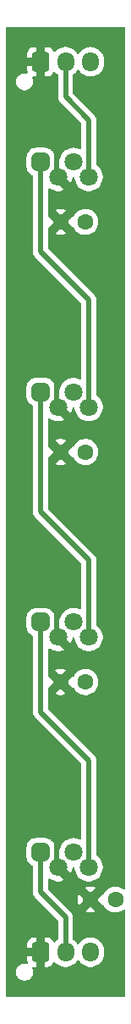
<source format=gbr>
%TF.GenerationSoftware,KiCad,Pcbnew,9.0.2*%
%TF.CreationDate,2025-12-27T16:53:07-07:00*%
%TF.ProjectId,LED Holder Logic Gates,4c454420-486f-46c6-9465-72204c6f6769,rev?*%
%TF.SameCoordinates,Original*%
%TF.FileFunction,Copper,L1,Top*%
%TF.FilePolarity,Positive*%
%FSLAX46Y46*%
G04 Gerber Fmt 4.6, Leading zero omitted, Abs format (unit mm)*
G04 Created by KiCad (PCBNEW 9.0.2) date 2025-12-27 16:53:07*
%MOMM*%
%LPD*%
G01*
G04 APERTURE LIST*
G04 Aperture macros list*
%AMRoundRect*
0 Rectangle with rounded corners*
0 $1 Rounding radius*
0 $2 $3 $4 $5 $6 $7 $8 $9 X,Y pos of 4 corners*
0 Add a 4 corners polygon primitive as box body*
4,1,4,$2,$3,$4,$5,$6,$7,$8,$9,$2,$3,0*
0 Add four circle primitives for the rounded corners*
1,1,$1+$1,$2,$3*
1,1,$1+$1,$4,$5*
1,1,$1+$1,$6,$7*
1,1,$1+$1,$8,$9*
0 Add four rect primitives between the rounded corners*
20,1,$1+$1,$2,$3,$4,$5,0*
20,1,$1+$1,$4,$5,$6,$7,0*
20,1,$1+$1,$6,$7,$8,$9,0*
20,1,$1+$1,$8,$9,$2,$3,0*%
G04 Aperture macros list end*
%TA.AperFunction,ComponentPad*%
%ADD10C,1.600000*%
%TD*%
%TA.AperFunction,ComponentPad*%
%ADD11RoundRect,0.250000X-0.600000X-0.725000X0.600000X-0.725000X0.600000X0.725000X-0.600000X0.725000X0*%
%TD*%
%TA.AperFunction,ComponentPad*%
%ADD12O,1.700000X1.950000*%
%TD*%
%TA.AperFunction,ComponentPad*%
%ADD13RoundRect,0.450000X-0.450000X-0.450000X0.450000X-0.450000X0.450000X0.450000X-0.450000X0.450000X0*%
%TD*%
%TA.AperFunction,ComponentPad*%
%ADD14C,1.800000*%
%TD*%
%TA.AperFunction,Conductor*%
%ADD15C,0.500000*%
%TD*%
G04 APERTURE END LIST*
D10*
%TO.P,C4,1*%
%TO.N,+5V*%
X135000000Y-163750000D03*
%TO.P,C4,2*%
%TO.N,GND*%
X137500000Y-163750000D03*
%TD*%
%TO.P,C3,1*%
%TO.N,+5V*%
X132000000Y-142000000D03*
%TO.P,C3,2*%
%TO.N,GND*%
X134500000Y-142000000D03*
%TD*%
%TO.P,C2,1*%
%TO.N,+5V*%
X132000000Y-119000000D03*
%TO.P,C2,2*%
%TO.N,GND*%
X134500000Y-119000000D03*
%TD*%
%TO.P,C1,1*%
%TO.N,+5V*%
X132000000Y-96000000D03*
%TO.P,C1,2*%
%TO.N,GND*%
X134500000Y-96000000D03*
%TD*%
D11*
%TO.P,J2,1,Pin_1*%
%TO.N,+5V*%
X130000000Y-169000000D03*
D12*
%TO.P,J2,2,Pin_2*%
%TO.N,Net-(D4-DOUT)*%
X132500000Y-169000000D03*
%TO.P,J2,3,Pin_3*%
%TO.N,GND*%
X135000000Y-169000000D03*
%TD*%
D11*
%TO.P,J1,1,Pin_1*%
%TO.N,+5V*%
X130000000Y-80000000D03*
D12*
%TO.P,J1,2,Pin_2*%
%TO.N,Net-(D1-DIN)*%
X132500000Y-80000000D03*
%TO.P,J1,3,Pin_3*%
%TO.N,GND*%
X135000000Y-80000000D03*
%TD*%
D13*
%TO.P,D4,1,DOUT*%
%TO.N,Net-(D4-DOUT)*%
X130000000Y-159000000D03*
D14*
%TO.P,D4,2,VCC*%
%TO.N,+5V*%
X131778000Y-160524000D03*
%TO.P,D4,3,GND*%
%TO.N,GND*%
X133302000Y-159000000D03*
%TO.P,D4,4,DIN*%
%TO.N,Net-(D3-DOUT)*%
X134826000Y-160524000D03*
%TD*%
D13*
%TO.P,D3,1,DOUT*%
%TO.N,Net-(D3-DOUT)*%
X130000000Y-136000000D03*
D14*
%TO.P,D3,2,VCC*%
%TO.N,+5V*%
X131778000Y-137524000D03*
%TO.P,D3,3,GND*%
%TO.N,GND*%
X133302000Y-136000000D03*
%TO.P,D3,4,DIN*%
%TO.N,Net-(D2-DOUT)*%
X134826000Y-137524000D03*
%TD*%
D13*
%TO.P,D2,1,DOUT*%
%TO.N,Net-(D2-DOUT)*%
X130000000Y-113000000D03*
D14*
%TO.P,D2,2,VCC*%
%TO.N,+5V*%
X131778000Y-114524000D03*
%TO.P,D2,3,GND*%
%TO.N,GND*%
X133302000Y-113000000D03*
%TO.P,D2,4,DIN*%
%TO.N,Net-(D1-DOUT)*%
X134826000Y-114524000D03*
%TD*%
D13*
%TO.P,D1,1,DOUT*%
%TO.N,Net-(D1-DOUT)*%
X130000000Y-90000000D03*
D14*
%TO.P,D1,2,VCC*%
%TO.N,+5V*%
X131778000Y-91524000D03*
%TO.P,D1,3,GND*%
%TO.N,GND*%
X133302000Y-90000000D03*
%TO.P,D1,4,DIN*%
%TO.N,Net-(D1-DIN)*%
X134826000Y-91524000D03*
%TD*%
D15*
%TO.N,+5V*%
X131778000Y-160498000D02*
X131650000Y-160370000D01*
X131650000Y-160370000D02*
X131650000Y-158130000D01*
X131778000Y-137498000D02*
X131650000Y-137370000D01*
X131650000Y-137370000D02*
X131650000Y-135130000D01*
X131778000Y-91498000D02*
X131650000Y-91370000D01*
X131650000Y-91370000D02*
X131650000Y-89130000D01*
X131650000Y-114396000D02*
X131650000Y-112156000D01*
X131778000Y-114524000D02*
X131650000Y-114396000D01*
%TO.N,Net-(D4-DOUT)*%
X132500000Y-165500000D02*
X132500000Y-169000000D01*
X130000000Y-163000000D02*
X132500000Y-165500000D01*
X130000000Y-159000000D02*
X130000000Y-163000000D01*
%TO.N,Net-(D3-DOUT)*%
X130000000Y-145000000D02*
X134826000Y-149826000D01*
X134826000Y-149826000D02*
X134826000Y-160524000D01*
X130000000Y-136000000D02*
X130000000Y-145000000D01*
%TO.N,Net-(D2-DOUT)*%
X134826000Y-129826000D02*
X134826000Y-137524000D01*
X130000000Y-125000000D02*
X134826000Y-129826000D01*
X130000000Y-113000000D02*
X130000000Y-125000000D01*
%TO.N,Net-(D1-DOUT)*%
X134826000Y-103826000D02*
X134826000Y-114524000D01*
X130000000Y-99000000D02*
X134826000Y-103826000D01*
X130000000Y-90000000D02*
X130000000Y-99000000D01*
%TO.N,Net-(D1-DIN)*%
X134826000Y-85826000D02*
X134826000Y-91524000D01*
X132500000Y-83500000D02*
X134826000Y-85826000D01*
X132500000Y-80000000D02*
X132500000Y-83500000D01*
%TD*%
%TA.AperFunction,Conductor*%
%TO.N,+5V*%
G36*
X138442539Y-76520185D02*
G01*
X138488294Y-76572989D01*
X138499500Y-76624500D01*
X138499500Y-162625308D01*
X138479815Y-162692347D01*
X138427011Y-162738102D01*
X138357853Y-162748046D01*
X138302615Y-162725627D01*
X138181609Y-162637712D01*
X137999223Y-162544781D01*
X137804534Y-162481522D01*
X137629995Y-162453878D01*
X137602352Y-162449500D01*
X137397648Y-162449500D01*
X137373329Y-162453351D01*
X137195465Y-162481522D01*
X137000776Y-162544781D01*
X136818386Y-162637715D01*
X136652786Y-162758028D01*
X136508028Y-162902786D01*
X136387713Y-163068388D01*
X136348774Y-163144809D01*
X136300799Y-163195605D01*
X136232978Y-163212399D01*
X136218892Y-163210986D01*
X136181354Y-163205040D01*
X135636396Y-163749999D01*
X135636396Y-163750000D01*
X136181354Y-164294958D01*
X136218892Y-164289013D01*
X136288186Y-164297968D01*
X136341638Y-164342964D01*
X136348774Y-164355190D01*
X136387713Y-164431611D01*
X136508028Y-164597213D01*
X136652786Y-164741971D01*
X136755816Y-164816825D01*
X136818390Y-164862287D01*
X136934607Y-164921503D01*
X137000776Y-164955218D01*
X137000778Y-164955218D01*
X137000781Y-164955220D01*
X137105137Y-164989127D01*
X137195465Y-165018477D01*
X137296557Y-165034488D01*
X137397648Y-165050500D01*
X137397649Y-165050500D01*
X137602351Y-165050500D01*
X137602352Y-165050500D01*
X137804534Y-165018477D01*
X137999219Y-164955220D01*
X138181610Y-164862287D01*
X138253451Y-164810091D01*
X138302615Y-164774373D01*
X138368421Y-164750893D01*
X138436475Y-164766719D01*
X138485170Y-164816825D01*
X138499500Y-164874691D01*
X138499500Y-173375500D01*
X138479815Y-173442539D01*
X138427011Y-173488294D01*
X138375500Y-173499500D01*
X126624500Y-173499500D01*
X126557461Y-173479815D01*
X126511706Y-173427011D01*
X126500500Y-173375500D01*
X126500500Y-170916228D01*
X127549500Y-170916228D01*
X127549500Y-171083771D01*
X127582182Y-171248074D01*
X127582184Y-171248082D01*
X127646295Y-171402860D01*
X127739373Y-171542162D01*
X127857837Y-171660626D01*
X127950494Y-171722537D01*
X127997137Y-171753703D01*
X128151918Y-171817816D01*
X128316228Y-171850499D01*
X128316232Y-171850500D01*
X128316233Y-171850500D01*
X128483768Y-171850500D01*
X128483769Y-171850499D01*
X128648082Y-171817816D01*
X128802863Y-171753703D01*
X128942162Y-171660626D01*
X129060626Y-171542162D01*
X129153703Y-171402863D01*
X129217816Y-171248082D01*
X129250500Y-171083767D01*
X129250500Y-170916233D01*
X129217816Y-170751918D01*
X129171698Y-170640582D01*
X129164230Y-170571115D01*
X129195505Y-170508636D01*
X129255593Y-170472983D01*
X129298864Y-170469773D01*
X129350021Y-170474999D01*
X129549999Y-170474999D01*
X129550000Y-170474998D01*
X129550000Y-169450000D01*
X128650001Y-169450000D01*
X128650001Y-169774986D01*
X128660494Y-169877697D01*
X128702393Y-170004140D01*
X128704795Y-170073969D01*
X128669063Y-170134010D01*
X128606543Y-170165203D01*
X128560497Y-170164762D01*
X128508726Y-170154464D01*
X128483767Y-170149500D01*
X128316233Y-170149500D01*
X128316228Y-170149500D01*
X128151925Y-170182182D01*
X128151917Y-170182184D01*
X127997139Y-170246295D01*
X127857837Y-170339373D01*
X127739373Y-170457837D01*
X127646295Y-170597139D01*
X127582184Y-170751917D01*
X127582182Y-170751925D01*
X127549500Y-170916228D01*
X126500500Y-170916228D01*
X126500500Y-168225013D01*
X128650000Y-168225013D01*
X128650000Y-168550000D01*
X129550000Y-168550000D01*
X129550000Y-167525000D01*
X129350029Y-167525000D01*
X129350012Y-167525001D01*
X129247302Y-167535494D01*
X129080880Y-167590641D01*
X129080875Y-167590643D01*
X128931654Y-167682684D01*
X128807684Y-167806654D01*
X128715643Y-167955875D01*
X128715641Y-167955880D01*
X128660494Y-168122302D01*
X128660493Y-168122309D01*
X128650000Y-168225013D01*
X126500500Y-168225013D01*
X126500500Y-89494863D01*
X128599500Y-89494863D01*
X128599500Y-90505136D01*
X128609582Y-90618548D01*
X128662762Y-90804405D01*
X128662763Y-90804406D01*
X128752266Y-90975751D01*
X128760946Y-90986396D01*
X128874428Y-91125571D01*
X128949339Y-91186652D01*
X129024249Y-91247734D01*
X129182913Y-91330613D01*
X129233218Y-91379097D01*
X129249500Y-91440520D01*
X129249500Y-99073918D01*
X129249500Y-99073920D01*
X129249499Y-99073920D01*
X129278340Y-99218907D01*
X129278343Y-99218917D01*
X129334914Y-99355492D01*
X129367812Y-99404727D01*
X129367813Y-99404730D01*
X129417046Y-99478414D01*
X129417052Y-99478421D01*
X134039181Y-104100548D01*
X134072666Y-104161871D01*
X134075500Y-104188229D01*
X134075500Y-111619949D01*
X134055815Y-111686988D01*
X134003011Y-111732743D01*
X133933853Y-111742687D01*
X133895205Y-111730434D01*
X133839606Y-111702104D01*
X133839603Y-111702103D01*
X133629952Y-111633985D01*
X133475877Y-111609582D01*
X133412222Y-111599500D01*
X133191778Y-111599500D01*
X133128123Y-111609582D01*
X132974047Y-111633985D01*
X132764396Y-111702103D01*
X132764393Y-111702104D01*
X132567974Y-111802187D01*
X132389641Y-111931752D01*
X132389636Y-111931756D01*
X132233756Y-112087636D01*
X132233752Y-112087641D01*
X132104187Y-112265974D01*
X132004104Y-112462393D01*
X132004103Y-112462396D01*
X131935985Y-112672047D01*
X131901500Y-112889778D01*
X131901500Y-113000000D01*
X131881815Y-113067039D01*
X131829011Y-113112794D01*
X131777500Y-113124000D01*
X131667819Y-113124000D01*
X131543898Y-113143627D01*
X131474604Y-113134672D01*
X131421152Y-113089676D01*
X131400513Y-113022925D01*
X131400500Y-113021154D01*
X131400500Y-112494869D01*
X131400500Y-112494862D01*
X131390417Y-112381448D01*
X131337237Y-112195594D01*
X131247734Y-112024249D01*
X131172317Y-111931758D01*
X131125571Y-111874428D01*
X131033700Y-111799518D01*
X130975751Y-111752266D01*
X130879719Y-111702103D01*
X130804405Y-111662762D01*
X130649845Y-111618537D01*
X130618552Y-111609583D01*
X130618551Y-111609582D01*
X130618548Y-111609582D01*
X130529662Y-111601680D01*
X130505138Y-111599500D01*
X129494862Y-111599500D01*
X129482599Y-111600590D01*
X129381451Y-111609582D01*
X129195594Y-111662762D01*
X129024250Y-111752265D01*
X128874428Y-111874428D01*
X128752265Y-112024250D01*
X128662762Y-112195594D01*
X128609582Y-112381451D01*
X128599500Y-112494863D01*
X128599500Y-113505136D01*
X128609582Y-113618548D01*
X128662762Y-113804405D01*
X128662763Y-113804406D01*
X128752266Y-113975751D01*
X128760946Y-113986396D01*
X128874428Y-114125571D01*
X128949339Y-114186652D01*
X129024249Y-114247734D01*
X129182913Y-114330613D01*
X129233218Y-114379097D01*
X129249500Y-114440520D01*
X129249500Y-125073918D01*
X129249500Y-125073920D01*
X129249499Y-125073920D01*
X129278340Y-125218907D01*
X129278343Y-125218917D01*
X129334914Y-125355492D01*
X129367812Y-125404727D01*
X129367813Y-125404730D01*
X129417046Y-125478414D01*
X129417052Y-125478421D01*
X134039181Y-130100548D01*
X134072666Y-130161871D01*
X134075500Y-130188229D01*
X134075500Y-134619949D01*
X134055815Y-134686988D01*
X134003011Y-134732743D01*
X133933853Y-134742687D01*
X133895205Y-134730434D01*
X133839606Y-134702104D01*
X133839603Y-134702103D01*
X133629952Y-134633985D01*
X133475877Y-134609582D01*
X133412222Y-134599500D01*
X133191778Y-134599500D01*
X133128123Y-134609582D01*
X132974047Y-134633985D01*
X132764396Y-134702103D01*
X132764393Y-134702104D01*
X132567974Y-134802187D01*
X132389641Y-134931752D01*
X132389636Y-134931756D01*
X132233756Y-135087636D01*
X132233752Y-135087641D01*
X132104187Y-135265974D01*
X132004104Y-135462393D01*
X132004103Y-135462396D01*
X131935985Y-135672047D01*
X131901500Y-135889778D01*
X131901500Y-136000000D01*
X131881815Y-136067039D01*
X131829011Y-136112794D01*
X131777500Y-136124000D01*
X131667819Y-136124000D01*
X131543898Y-136143627D01*
X131474604Y-136134672D01*
X131421152Y-136089676D01*
X131400513Y-136022925D01*
X131400500Y-136021154D01*
X131400500Y-135494869D01*
X131400500Y-135494862D01*
X131390417Y-135381448D01*
X131337237Y-135195594D01*
X131247734Y-135024249D01*
X131172317Y-134931758D01*
X131125571Y-134874428D01*
X131033700Y-134799518D01*
X130975751Y-134752266D01*
X130879719Y-134702103D01*
X130804405Y-134662762D01*
X130649845Y-134618537D01*
X130618552Y-134609583D01*
X130618551Y-134609582D01*
X130618548Y-134609582D01*
X130529662Y-134601680D01*
X130505138Y-134599500D01*
X129494862Y-134599500D01*
X129482599Y-134600590D01*
X129381451Y-134609582D01*
X129195594Y-134662762D01*
X129024250Y-134752265D01*
X128874428Y-134874428D01*
X128752265Y-135024250D01*
X128662762Y-135195594D01*
X128609582Y-135381451D01*
X128599500Y-135494863D01*
X128599500Y-136505136D01*
X128609582Y-136618548D01*
X128662762Y-136804405D01*
X128662763Y-136804406D01*
X128752266Y-136975751D01*
X128760946Y-136986396D01*
X128874428Y-137125571D01*
X128949339Y-137186652D01*
X129024249Y-137247734D01*
X129182913Y-137330613D01*
X129233218Y-137379097D01*
X129249500Y-137440520D01*
X129249500Y-145073918D01*
X129249500Y-145073920D01*
X129249499Y-145073920D01*
X129278340Y-145218907D01*
X129278343Y-145218917D01*
X129334914Y-145355492D01*
X129367812Y-145404727D01*
X129367813Y-145404730D01*
X129417046Y-145478414D01*
X129417052Y-145478421D01*
X134039181Y-150100548D01*
X134072666Y-150161871D01*
X134075500Y-150188229D01*
X134075500Y-157619949D01*
X134055815Y-157686988D01*
X134003011Y-157732743D01*
X133933853Y-157742687D01*
X133895205Y-157730434D01*
X133839606Y-157702104D01*
X133839603Y-157702103D01*
X133629952Y-157633985D01*
X133475877Y-157609582D01*
X133412222Y-157599500D01*
X133191778Y-157599500D01*
X133128123Y-157609582D01*
X132974047Y-157633985D01*
X132764396Y-157702103D01*
X132764393Y-157702104D01*
X132567974Y-157802187D01*
X132389641Y-157931752D01*
X132389636Y-157931756D01*
X132233756Y-158087636D01*
X132233752Y-158087641D01*
X132104187Y-158265974D01*
X132004104Y-158462393D01*
X132004103Y-158462396D01*
X131935985Y-158672047D01*
X131901500Y-158889778D01*
X131901500Y-159000000D01*
X131881815Y-159067039D01*
X131829011Y-159112794D01*
X131777500Y-159124000D01*
X131667819Y-159124000D01*
X131543898Y-159143627D01*
X131474604Y-159134672D01*
X131421152Y-159089676D01*
X131400513Y-159022925D01*
X131400500Y-159021154D01*
X131400500Y-158494869D01*
X131400500Y-158494862D01*
X131390417Y-158381448D01*
X131337237Y-158195594D01*
X131247734Y-158024249D01*
X131172317Y-157931758D01*
X131125571Y-157874428D01*
X131033700Y-157799518D01*
X130975751Y-157752266D01*
X130879719Y-157702103D01*
X130804405Y-157662762D01*
X130649845Y-157618537D01*
X130618552Y-157609583D01*
X130618551Y-157609582D01*
X130618548Y-157609582D01*
X130529662Y-157601680D01*
X130505138Y-157599500D01*
X129494862Y-157599500D01*
X129482599Y-157600590D01*
X129381451Y-157609582D01*
X129195594Y-157662762D01*
X129024250Y-157752265D01*
X128874428Y-157874428D01*
X128752265Y-158024250D01*
X128662762Y-158195594D01*
X128609582Y-158381451D01*
X128599500Y-158494863D01*
X128599500Y-159505136D01*
X128609582Y-159618548D01*
X128662762Y-159804405D01*
X128662763Y-159804406D01*
X128752266Y-159975751D01*
X128760946Y-159986396D01*
X128874428Y-160125571D01*
X128949339Y-160186652D01*
X129024249Y-160247734D01*
X129182913Y-160330613D01*
X129233218Y-160379097D01*
X129249500Y-160440520D01*
X129249500Y-163073918D01*
X129249500Y-163073920D01*
X129249499Y-163073920D01*
X129278340Y-163218907D01*
X129278343Y-163218917D01*
X129334914Y-163355492D01*
X129367812Y-163404727D01*
X129367813Y-163404730D01*
X129417046Y-163478414D01*
X129417052Y-163478421D01*
X131713181Y-165774549D01*
X131746666Y-165835872D01*
X131749500Y-165862230D01*
X131749500Y-167687779D01*
X131729815Y-167754818D01*
X131698385Y-167788097D01*
X131620211Y-167844893D01*
X131481035Y-167984069D01*
X131419712Y-168017553D01*
X131350020Y-168012569D01*
X131294087Y-167970697D01*
X131287815Y-167961484D01*
X131192315Y-167806654D01*
X131068345Y-167682684D01*
X130919124Y-167590643D01*
X130919119Y-167590641D01*
X130752697Y-167535494D01*
X130752690Y-167535493D01*
X130649986Y-167525000D01*
X130450000Y-167525000D01*
X130450000Y-168844162D01*
X130442630Y-168816657D01*
X130380095Y-168708343D01*
X130291657Y-168619905D01*
X130183343Y-168557370D01*
X130062535Y-168525000D01*
X129937465Y-168525000D01*
X129816657Y-168557370D01*
X129708343Y-168619905D01*
X129619905Y-168708343D01*
X129557370Y-168816657D01*
X129525000Y-168937465D01*
X129525000Y-169062535D01*
X129557370Y-169183343D01*
X129619905Y-169291657D01*
X129708343Y-169380095D01*
X129816657Y-169442630D01*
X129937465Y-169475000D01*
X130062535Y-169475000D01*
X130183343Y-169442630D01*
X130291657Y-169380095D01*
X130380095Y-169291657D01*
X130442630Y-169183343D01*
X130450000Y-169155837D01*
X130450000Y-170474999D01*
X130649972Y-170474999D01*
X130649986Y-170474998D01*
X130752697Y-170464505D01*
X130919119Y-170409358D01*
X130919124Y-170409356D01*
X131068345Y-170317315D01*
X131192317Y-170193343D01*
X131287815Y-170038516D01*
X131339763Y-169991791D01*
X131408725Y-169980568D01*
X131472808Y-170008412D01*
X131481035Y-170015931D01*
X131620213Y-170155109D01*
X131792179Y-170280048D01*
X131792181Y-170280049D01*
X131792184Y-170280051D01*
X131981588Y-170376557D01*
X132183757Y-170442246D01*
X132393713Y-170475500D01*
X132393714Y-170475500D01*
X132606286Y-170475500D01*
X132606287Y-170475500D01*
X132816243Y-170442246D01*
X133018412Y-170376557D01*
X133207816Y-170280051D01*
X133254275Y-170246297D01*
X133379786Y-170155109D01*
X133379788Y-170155106D01*
X133379792Y-170155104D01*
X133530104Y-170004792D01*
X133649683Y-169840204D01*
X133705011Y-169797540D01*
X133774624Y-169791561D01*
X133836420Y-169824166D01*
X133850313Y-169840199D01*
X133877557Y-169877697D01*
X133969896Y-170004792D01*
X134120213Y-170155109D01*
X134292179Y-170280048D01*
X134292181Y-170280049D01*
X134292184Y-170280051D01*
X134481588Y-170376557D01*
X134683757Y-170442246D01*
X134893713Y-170475500D01*
X134893714Y-170475500D01*
X135106286Y-170475500D01*
X135106287Y-170475500D01*
X135316243Y-170442246D01*
X135518412Y-170376557D01*
X135707816Y-170280051D01*
X135754275Y-170246297D01*
X135879786Y-170155109D01*
X135879788Y-170155106D01*
X135879792Y-170155104D01*
X136030104Y-170004792D01*
X136030106Y-170004788D01*
X136030109Y-170004786D01*
X136155048Y-169832820D01*
X136155047Y-169832820D01*
X136155051Y-169832816D01*
X136251557Y-169643412D01*
X136317246Y-169441243D01*
X136350500Y-169231287D01*
X136350500Y-168768713D01*
X136317246Y-168558757D01*
X136251557Y-168356588D01*
X136155051Y-168167184D01*
X136155049Y-168167181D01*
X136155048Y-168167179D01*
X136030109Y-167995213D01*
X135879786Y-167844890D01*
X135707820Y-167719951D01*
X135518414Y-167623444D01*
X135518413Y-167623443D01*
X135518412Y-167623443D01*
X135316243Y-167557754D01*
X135316241Y-167557753D01*
X135316240Y-167557753D01*
X135154957Y-167532208D01*
X135106287Y-167524500D01*
X134893713Y-167524500D01*
X134845042Y-167532208D01*
X134683760Y-167557753D01*
X134481585Y-167623444D01*
X134292179Y-167719951D01*
X134120213Y-167844890D01*
X133969894Y-167995209D01*
X133969890Y-167995214D01*
X133850318Y-168159793D01*
X133794989Y-168202459D01*
X133725375Y-168208438D01*
X133663580Y-168175833D01*
X133649682Y-168159793D01*
X133530109Y-167995214D01*
X133530105Y-167995209D01*
X133379794Y-167844898D01*
X133379788Y-167844893D01*
X133301615Y-167788097D01*
X133258949Y-167732767D01*
X133250500Y-167687779D01*
X133250500Y-165426079D01*
X133221659Y-165281092D01*
X133221658Y-165281091D01*
X133221658Y-165281087D01*
X133165084Y-165144505D01*
X133132186Y-165095270D01*
X133082952Y-165021584D01*
X132992722Y-164931354D01*
X134455040Y-164931354D01*
X134500975Y-164954758D01*
X134695580Y-165017989D01*
X134897683Y-165050000D01*
X135102317Y-165050000D01*
X135304417Y-165017990D01*
X135499031Y-164954755D01*
X135544958Y-164931353D01*
X135000001Y-164386396D01*
X135000000Y-164386396D01*
X134455040Y-164931354D01*
X132992722Y-164931354D01*
X131709050Y-163647682D01*
X133700000Y-163647682D01*
X133700000Y-163852317D01*
X133732010Y-164054418D01*
X133732010Y-164054421D01*
X133795241Y-164249022D01*
X133795242Y-164249024D01*
X133818645Y-164294958D01*
X134363604Y-163750000D01*
X134363604Y-163749999D01*
X134310944Y-163697339D01*
X134600000Y-163697339D01*
X134600000Y-163802661D01*
X134627259Y-163904394D01*
X134679920Y-163995606D01*
X134754394Y-164070080D01*
X134845606Y-164122741D01*
X134947339Y-164150000D01*
X135052661Y-164150000D01*
X135154394Y-164122741D01*
X135245606Y-164070080D01*
X135320080Y-163995606D01*
X135372741Y-163904394D01*
X135400000Y-163802661D01*
X135400000Y-163697339D01*
X135372741Y-163595606D01*
X135320080Y-163504394D01*
X135245606Y-163429920D01*
X135154394Y-163377259D01*
X135052661Y-163350000D01*
X134947339Y-163350000D01*
X134845606Y-163377259D01*
X134754394Y-163429920D01*
X134679920Y-163504394D01*
X134627259Y-163595606D01*
X134600000Y-163697339D01*
X134310944Y-163697339D01*
X133818645Y-163205040D01*
X133818644Y-163205041D01*
X133795246Y-163250965D01*
X133795241Y-163250976D01*
X133732010Y-163445578D01*
X133732010Y-163445581D01*
X133700000Y-163647682D01*
X131709050Y-163647682D01*
X130786819Y-162725451D01*
X130772115Y-162698523D01*
X130755523Y-162672705D01*
X130754631Y-162666504D01*
X130753334Y-162664128D01*
X130750500Y-162637770D01*
X130750500Y-162568645D01*
X134455040Y-162568645D01*
X135000000Y-163113604D01*
X135000001Y-163113604D01*
X135544958Y-162568645D01*
X135499024Y-162545242D01*
X135499022Y-162545241D01*
X135304419Y-162482010D01*
X135102317Y-162450000D01*
X134897683Y-162450000D01*
X134695581Y-162482010D01*
X134695578Y-162482010D01*
X134500976Y-162545241D01*
X134500965Y-162545246D01*
X134455041Y-162568644D01*
X134455040Y-162568645D01*
X130750500Y-162568645D01*
X130750500Y-161751336D01*
X130770185Y-161684297D01*
X130822989Y-161638542D01*
X130892147Y-161628598D01*
X130947386Y-161651018D01*
X131044239Y-161721386D01*
X131240589Y-161821432D01*
X131450164Y-161889526D01*
X131667819Y-161924000D01*
X131888181Y-161924000D01*
X132105835Y-161889526D01*
X132315411Y-161821431D01*
X132315418Y-161821428D01*
X132397307Y-161779702D01*
X131547483Y-160929878D01*
X131532051Y-160901616D01*
X131604306Y-160943333D01*
X131718756Y-160974000D01*
X131837244Y-160974000D01*
X131951694Y-160943333D01*
X132054306Y-160884090D01*
X132138090Y-160800306D01*
X132197333Y-160697694D01*
X132228000Y-160583244D01*
X132228000Y-160464756D01*
X132197333Y-160350306D01*
X132153109Y-160273708D01*
X132183878Y-160293483D01*
X133033702Y-161143307D01*
X133075428Y-161061418D01*
X133075431Y-161061411D01*
X133143526Y-160851835D01*
X133177998Y-160634187D01*
X133178130Y-160632522D01*
X133178357Y-160631925D01*
X133178762Y-160629370D01*
X133179298Y-160629455D01*
X133203012Y-160567233D01*
X133259243Y-160525761D01*
X133328968Y-160521273D01*
X133390051Y-160555193D01*
X133423099Y-160616753D01*
X133425365Y-160632506D01*
X133425500Y-160634223D01*
X133459985Y-160851952D01*
X133528103Y-161061603D01*
X133528104Y-161061606D01*
X133628187Y-161258025D01*
X133757752Y-161436358D01*
X133757756Y-161436363D01*
X133913636Y-161592243D01*
X133913641Y-161592247D01*
X134069192Y-161705260D01*
X134091978Y-161721815D01*
X134220375Y-161787237D01*
X134288393Y-161821895D01*
X134288396Y-161821896D01*
X134393221Y-161855955D01*
X134498049Y-161890015D01*
X134715778Y-161924500D01*
X134715779Y-161924500D01*
X134936221Y-161924500D01*
X134936222Y-161924500D01*
X135153951Y-161890015D01*
X135363606Y-161821895D01*
X135560022Y-161721815D01*
X135738365Y-161592242D01*
X135894242Y-161436365D01*
X136023815Y-161258022D01*
X136123895Y-161061606D01*
X136192015Y-160851951D01*
X136226500Y-160634222D01*
X136226500Y-160413778D01*
X136192015Y-160196049D01*
X136157955Y-160091221D01*
X136123896Y-159986396D01*
X136123895Y-159986393D01*
X136086175Y-159912365D01*
X136023815Y-159789978D01*
X135983161Y-159734022D01*
X135894247Y-159611641D01*
X135894243Y-159611636D01*
X135738367Y-159455760D01*
X135738365Y-159455758D01*
X135627613Y-159375291D01*
X135584949Y-159319963D01*
X135576500Y-159274975D01*
X135576500Y-149752081D01*
X135570763Y-149723242D01*
X135570763Y-149723240D01*
X135547660Y-149607095D01*
X135547659Y-149607088D01*
X135493408Y-149476117D01*
X135491764Y-149471522D01*
X135408954Y-149347588D01*
X135408953Y-149347587D01*
X135408951Y-149347584D01*
X135304416Y-149243049D01*
X130786819Y-144725451D01*
X130753334Y-144664128D01*
X130750500Y-144637770D01*
X130750500Y-143181354D01*
X131455040Y-143181354D01*
X131500975Y-143204758D01*
X131695580Y-143267989D01*
X131897683Y-143300000D01*
X132102317Y-143300000D01*
X132304417Y-143267990D01*
X132499031Y-143204755D01*
X132544958Y-143181353D01*
X132000001Y-142636396D01*
X132000000Y-142636396D01*
X131455040Y-143181354D01*
X130750500Y-143181354D01*
X130750500Y-142664466D01*
X130770185Y-142597427D01*
X130786819Y-142576785D01*
X131363604Y-142000000D01*
X131363604Y-141999999D01*
X131310944Y-141947339D01*
X131600000Y-141947339D01*
X131600000Y-142052661D01*
X131627259Y-142154394D01*
X131679920Y-142245606D01*
X131754394Y-142320080D01*
X131845606Y-142372741D01*
X131947339Y-142400000D01*
X132052661Y-142400000D01*
X132154394Y-142372741D01*
X132245606Y-142320080D01*
X132320080Y-142245606D01*
X132372741Y-142154394D01*
X132400000Y-142052661D01*
X132400000Y-141999999D01*
X132636396Y-141999999D01*
X132636396Y-142000000D01*
X133181354Y-142544958D01*
X133218892Y-142539013D01*
X133288186Y-142547968D01*
X133341638Y-142592964D01*
X133348774Y-142605190D01*
X133387713Y-142681611D01*
X133508028Y-142847213D01*
X133652786Y-142991971D01*
X133807749Y-143104556D01*
X133818390Y-143112287D01*
X133934607Y-143171503D01*
X134000776Y-143205218D01*
X134000778Y-143205218D01*
X134000781Y-143205220D01*
X134105137Y-143239127D01*
X134195465Y-143268477D01*
X134296557Y-143284488D01*
X134397648Y-143300500D01*
X134397649Y-143300500D01*
X134602351Y-143300500D01*
X134602352Y-143300500D01*
X134804534Y-143268477D01*
X134999219Y-143205220D01*
X135181610Y-143112287D01*
X135274590Y-143044732D01*
X135347213Y-142991971D01*
X135347215Y-142991968D01*
X135347219Y-142991966D01*
X135491966Y-142847219D01*
X135491968Y-142847215D01*
X135491971Y-142847213D01*
X135544732Y-142774590D01*
X135612287Y-142681610D01*
X135705220Y-142499219D01*
X135768477Y-142304534D01*
X135800500Y-142102352D01*
X135800500Y-141897648D01*
X135792257Y-141845606D01*
X135768477Y-141695465D01*
X135705218Y-141500776D01*
X135671503Y-141434607D01*
X135612287Y-141318390D01*
X135604556Y-141307749D01*
X135491971Y-141152786D01*
X135347213Y-141008028D01*
X135181613Y-140887715D01*
X135181612Y-140887714D01*
X135181610Y-140887713D01*
X135124653Y-140858691D01*
X134999223Y-140794781D01*
X134804534Y-140731522D01*
X134629995Y-140703878D01*
X134602352Y-140699500D01*
X134397648Y-140699500D01*
X134373329Y-140703351D01*
X134195465Y-140731522D01*
X134000776Y-140794781D01*
X133818386Y-140887715D01*
X133652786Y-141008028D01*
X133508028Y-141152786D01*
X133387713Y-141318388D01*
X133348774Y-141394809D01*
X133300799Y-141445605D01*
X133232978Y-141462399D01*
X133218892Y-141460986D01*
X133181354Y-141455040D01*
X132636396Y-141999999D01*
X132400000Y-141999999D01*
X132400000Y-141947339D01*
X132372741Y-141845606D01*
X132320080Y-141754394D01*
X132245606Y-141679920D01*
X132154394Y-141627259D01*
X132052661Y-141600000D01*
X131947339Y-141600000D01*
X131845606Y-141627259D01*
X131754394Y-141679920D01*
X131679920Y-141754394D01*
X131627259Y-141845606D01*
X131600000Y-141947339D01*
X131310944Y-141947339D01*
X130786819Y-141423214D01*
X130753334Y-141361891D01*
X130750500Y-141335533D01*
X130750500Y-140818645D01*
X131455040Y-140818645D01*
X132000000Y-141363604D01*
X132000001Y-141363604D01*
X132544958Y-140818645D01*
X132499024Y-140795242D01*
X132499022Y-140795241D01*
X132304419Y-140732010D01*
X132102317Y-140700000D01*
X131897683Y-140700000D01*
X131695581Y-140732010D01*
X131695578Y-140732010D01*
X131500976Y-140795241D01*
X131500965Y-140795246D01*
X131455041Y-140818644D01*
X131455040Y-140818645D01*
X130750500Y-140818645D01*
X130750500Y-138751336D01*
X130770185Y-138684297D01*
X130822989Y-138638542D01*
X130892147Y-138628598D01*
X130947386Y-138651018D01*
X131044239Y-138721386D01*
X131240589Y-138821432D01*
X131450164Y-138889526D01*
X131667819Y-138924000D01*
X131888181Y-138924000D01*
X132105835Y-138889526D01*
X132315411Y-138821431D01*
X132315418Y-138821428D01*
X132397307Y-138779702D01*
X131547483Y-137929878D01*
X131532051Y-137901616D01*
X131604306Y-137943333D01*
X131718756Y-137974000D01*
X131837244Y-137974000D01*
X131951694Y-137943333D01*
X132054306Y-137884090D01*
X132138090Y-137800306D01*
X132197333Y-137697694D01*
X132228000Y-137583244D01*
X132228000Y-137464756D01*
X132197333Y-137350306D01*
X132153109Y-137273708D01*
X132183878Y-137293483D01*
X133033702Y-138143307D01*
X133075428Y-138061418D01*
X133075431Y-138061411D01*
X133143526Y-137851835D01*
X133177998Y-137634187D01*
X133178130Y-137632522D01*
X133178357Y-137631925D01*
X133178762Y-137629370D01*
X133179298Y-137629455D01*
X133203012Y-137567233D01*
X133259243Y-137525761D01*
X133328968Y-137521273D01*
X133390051Y-137555193D01*
X133423099Y-137616753D01*
X133425365Y-137632506D01*
X133425500Y-137634223D01*
X133459985Y-137851952D01*
X133528103Y-138061603D01*
X133528104Y-138061606D01*
X133628187Y-138258025D01*
X133757752Y-138436358D01*
X133757756Y-138436363D01*
X133913636Y-138592243D01*
X133913641Y-138592247D01*
X134069192Y-138705260D01*
X134091978Y-138721815D01*
X134220375Y-138787237D01*
X134288393Y-138821895D01*
X134288396Y-138821896D01*
X134393221Y-138855955D01*
X134498049Y-138890015D01*
X134715778Y-138924500D01*
X134715779Y-138924500D01*
X134936221Y-138924500D01*
X134936222Y-138924500D01*
X135153951Y-138890015D01*
X135363606Y-138821895D01*
X135560022Y-138721815D01*
X135738365Y-138592242D01*
X135894242Y-138436365D01*
X136023815Y-138258022D01*
X136123895Y-138061606D01*
X136192015Y-137851951D01*
X136226500Y-137634222D01*
X136226500Y-137413778D01*
X136192015Y-137196049D01*
X136157955Y-137091221D01*
X136123896Y-136986396D01*
X136123895Y-136986393D01*
X136086175Y-136912365D01*
X136023815Y-136789978D01*
X135983161Y-136734022D01*
X135894247Y-136611641D01*
X135894243Y-136611636D01*
X135738367Y-136455760D01*
X135738365Y-136455758D01*
X135627613Y-136375291D01*
X135584949Y-136319963D01*
X135576500Y-136274975D01*
X135576500Y-129752081D01*
X135570763Y-129723242D01*
X135570763Y-129723240D01*
X135547660Y-129607095D01*
X135547659Y-129607088D01*
X135493408Y-129476117D01*
X135491764Y-129471522D01*
X135408954Y-129347588D01*
X135408953Y-129347587D01*
X135408951Y-129347584D01*
X135304416Y-129243049D01*
X130786819Y-124725451D01*
X130753334Y-124664128D01*
X130750500Y-124637770D01*
X130750500Y-120181354D01*
X131455040Y-120181354D01*
X131500975Y-120204758D01*
X131695580Y-120267989D01*
X131897683Y-120300000D01*
X132102317Y-120300000D01*
X132304417Y-120267990D01*
X132499031Y-120204755D01*
X132544958Y-120181353D01*
X132000001Y-119636396D01*
X132000000Y-119636396D01*
X131455040Y-120181354D01*
X130750500Y-120181354D01*
X130750500Y-119664466D01*
X130770185Y-119597427D01*
X130786819Y-119576785D01*
X131363604Y-119000000D01*
X131363604Y-118999999D01*
X131310944Y-118947339D01*
X131600000Y-118947339D01*
X131600000Y-119052661D01*
X131627259Y-119154394D01*
X131679920Y-119245606D01*
X131754394Y-119320080D01*
X131845606Y-119372741D01*
X131947339Y-119400000D01*
X132052661Y-119400000D01*
X132154394Y-119372741D01*
X132245606Y-119320080D01*
X132320080Y-119245606D01*
X132372741Y-119154394D01*
X132400000Y-119052661D01*
X132400000Y-118999999D01*
X132636396Y-118999999D01*
X132636396Y-119000000D01*
X133181354Y-119544958D01*
X133218892Y-119539013D01*
X133288186Y-119547968D01*
X133341638Y-119592964D01*
X133348774Y-119605190D01*
X133387713Y-119681611D01*
X133508028Y-119847213D01*
X133652786Y-119991971D01*
X133807749Y-120104556D01*
X133818390Y-120112287D01*
X133934607Y-120171503D01*
X134000776Y-120205218D01*
X134000778Y-120205218D01*
X134000781Y-120205220D01*
X134105137Y-120239127D01*
X134195465Y-120268477D01*
X134296557Y-120284488D01*
X134397648Y-120300500D01*
X134397649Y-120300500D01*
X134602351Y-120300500D01*
X134602352Y-120300500D01*
X134804534Y-120268477D01*
X134999219Y-120205220D01*
X135181610Y-120112287D01*
X135274590Y-120044732D01*
X135347213Y-119991971D01*
X135347215Y-119991968D01*
X135347219Y-119991966D01*
X135491966Y-119847219D01*
X135491968Y-119847215D01*
X135491971Y-119847213D01*
X135544732Y-119774590D01*
X135612287Y-119681610D01*
X135705220Y-119499219D01*
X135768477Y-119304534D01*
X135800500Y-119102352D01*
X135800500Y-118897648D01*
X135792257Y-118845606D01*
X135768477Y-118695465D01*
X135705218Y-118500776D01*
X135671503Y-118434607D01*
X135612287Y-118318390D01*
X135604556Y-118307749D01*
X135491971Y-118152786D01*
X135347213Y-118008028D01*
X135181613Y-117887715D01*
X135181612Y-117887714D01*
X135181610Y-117887713D01*
X135124653Y-117858691D01*
X134999223Y-117794781D01*
X134804534Y-117731522D01*
X134629995Y-117703878D01*
X134602352Y-117699500D01*
X134397648Y-117699500D01*
X134373329Y-117703351D01*
X134195465Y-117731522D01*
X134000776Y-117794781D01*
X133818386Y-117887715D01*
X133652786Y-118008028D01*
X133508028Y-118152786D01*
X133387713Y-118318388D01*
X133348774Y-118394809D01*
X133300799Y-118445605D01*
X133232978Y-118462399D01*
X133218892Y-118460986D01*
X133181354Y-118455040D01*
X132636396Y-118999999D01*
X132400000Y-118999999D01*
X132400000Y-118947339D01*
X132372741Y-118845606D01*
X132320080Y-118754394D01*
X132245606Y-118679920D01*
X132154394Y-118627259D01*
X132052661Y-118600000D01*
X131947339Y-118600000D01*
X131845606Y-118627259D01*
X131754394Y-118679920D01*
X131679920Y-118754394D01*
X131627259Y-118845606D01*
X131600000Y-118947339D01*
X131310944Y-118947339D01*
X130786819Y-118423214D01*
X130753334Y-118361891D01*
X130750500Y-118335533D01*
X130750500Y-117818645D01*
X131455040Y-117818645D01*
X132000000Y-118363604D01*
X132000001Y-118363604D01*
X132544958Y-117818645D01*
X132499024Y-117795242D01*
X132499022Y-117795241D01*
X132304419Y-117732010D01*
X132102317Y-117700000D01*
X131897683Y-117700000D01*
X131695581Y-117732010D01*
X131695578Y-117732010D01*
X131500976Y-117795241D01*
X131500965Y-117795246D01*
X131455041Y-117818644D01*
X131455040Y-117818645D01*
X130750500Y-117818645D01*
X130750500Y-115751336D01*
X130770185Y-115684297D01*
X130822989Y-115638542D01*
X130892147Y-115628598D01*
X130947386Y-115651018D01*
X131044239Y-115721386D01*
X131240589Y-115821432D01*
X131450164Y-115889526D01*
X131667819Y-115924000D01*
X131888181Y-115924000D01*
X132105835Y-115889526D01*
X132315411Y-115821431D01*
X132315418Y-115821428D01*
X132397307Y-115779702D01*
X131547483Y-114929878D01*
X131532051Y-114901616D01*
X131604306Y-114943333D01*
X131718756Y-114974000D01*
X131837244Y-114974000D01*
X131951694Y-114943333D01*
X132054306Y-114884090D01*
X132138090Y-114800306D01*
X132197333Y-114697694D01*
X132228000Y-114583244D01*
X132228000Y-114464756D01*
X132197333Y-114350306D01*
X132153109Y-114273708D01*
X132183878Y-114293483D01*
X133033702Y-115143307D01*
X133075428Y-115061418D01*
X133075431Y-115061411D01*
X133143526Y-114851835D01*
X133177998Y-114634187D01*
X133178130Y-114632522D01*
X133178357Y-114631925D01*
X133178762Y-114629370D01*
X133179298Y-114629455D01*
X133203012Y-114567233D01*
X133259243Y-114525761D01*
X133328968Y-114521273D01*
X133390051Y-114555193D01*
X133423099Y-114616753D01*
X133425365Y-114632506D01*
X133425500Y-114634223D01*
X133459985Y-114851952D01*
X133528103Y-115061603D01*
X133528104Y-115061606D01*
X133628187Y-115258025D01*
X133757752Y-115436358D01*
X133757756Y-115436363D01*
X133913636Y-115592243D01*
X133913641Y-115592247D01*
X134069192Y-115705260D01*
X134091978Y-115721815D01*
X134220375Y-115787237D01*
X134288393Y-115821895D01*
X134288396Y-115821896D01*
X134393221Y-115855955D01*
X134498049Y-115890015D01*
X134715778Y-115924500D01*
X134715779Y-115924500D01*
X134936221Y-115924500D01*
X134936222Y-115924500D01*
X135153951Y-115890015D01*
X135363606Y-115821895D01*
X135560022Y-115721815D01*
X135738365Y-115592242D01*
X135894242Y-115436365D01*
X136023815Y-115258022D01*
X136123895Y-115061606D01*
X136192015Y-114851951D01*
X136226500Y-114634222D01*
X136226500Y-114413778D01*
X136192015Y-114196049D01*
X136157955Y-114091221D01*
X136123896Y-113986396D01*
X136123895Y-113986393D01*
X136086175Y-113912365D01*
X136023815Y-113789978D01*
X135983161Y-113734022D01*
X135894247Y-113611641D01*
X135894243Y-113611636D01*
X135738367Y-113455760D01*
X135738365Y-113455758D01*
X135627613Y-113375291D01*
X135584949Y-113319963D01*
X135576500Y-113274975D01*
X135576500Y-103752081D01*
X135570763Y-103723242D01*
X135570763Y-103723240D01*
X135547660Y-103607095D01*
X135547659Y-103607088D01*
X135493408Y-103476117D01*
X135491764Y-103471522D01*
X135408954Y-103347588D01*
X135408953Y-103347587D01*
X135408951Y-103347584D01*
X135304416Y-103243049D01*
X130786819Y-98725451D01*
X130753334Y-98664128D01*
X130750500Y-98637770D01*
X130750500Y-97181354D01*
X131455040Y-97181354D01*
X131500975Y-97204758D01*
X131695580Y-97267989D01*
X131897683Y-97300000D01*
X132102317Y-97300000D01*
X132304417Y-97267990D01*
X132499031Y-97204755D01*
X132544958Y-97181353D01*
X132000001Y-96636396D01*
X132000000Y-96636396D01*
X131455040Y-97181354D01*
X130750500Y-97181354D01*
X130750500Y-96664466D01*
X130770185Y-96597427D01*
X130786819Y-96576785D01*
X131363604Y-96000000D01*
X131363604Y-95999999D01*
X131310944Y-95947339D01*
X131600000Y-95947339D01*
X131600000Y-96052661D01*
X131627259Y-96154394D01*
X131679920Y-96245606D01*
X131754394Y-96320080D01*
X131845606Y-96372741D01*
X131947339Y-96400000D01*
X132052661Y-96400000D01*
X132154394Y-96372741D01*
X132245606Y-96320080D01*
X132320080Y-96245606D01*
X132372741Y-96154394D01*
X132400000Y-96052661D01*
X132400000Y-95999999D01*
X132636396Y-95999999D01*
X132636396Y-96000000D01*
X133181354Y-96544958D01*
X133218892Y-96539013D01*
X133288186Y-96547968D01*
X133341638Y-96592964D01*
X133348774Y-96605190D01*
X133387713Y-96681611D01*
X133508028Y-96847213D01*
X133652786Y-96991971D01*
X133807749Y-97104556D01*
X133818390Y-97112287D01*
X133934607Y-97171503D01*
X134000776Y-97205218D01*
X134000778Y-97205218D01*
X134000781Y-97205220D01*
X134105137Y-97239127D01*
X134195465Y-97268477D01*
X134296557Y-97284488D01*
X134397648Y-97300500D01*
X134397649Y-97300500D01*
X134602351Y-97300500D01*
X134602352Y-97300500D01*
X134804534Y-97268477D01*
X134999219Y-97205220D01*
X135181610Y-97112287D01*
X135274590Y-97044732D01*
X135347213Y-96991971D01*
X135347215Y-96991968D01*
X135347219Y-96991966D01*
X135491966Y-96847219D01*
X135491968Y-96847215D01*
X135491971Y-96847213D01*
X135544732Y-96774590D01*
X135612287Y-96681610D01*
X135705220Y-96499219D01*
X135768477Y-96304534D01*
X135800500Y-96102352D01*
X135800500Y-95897648D01*
X135792257Y-95845606D01*
X135768477Y-95695465D01*
X135705218Y-95500776D01*
X135671503Y-95434607D01*
X135612287Y-95318390D01*
X135604556Y-95307749D01*
X135491971Y-95152786D01*
X135347213Y-95008028D01*
X135181613Y-94887715D01*
X135181612Y-94887714D01*
X135181610Y-94887713D01*
X135124653Y-94858691D01*
X134999223Y-94794781D01*
X134804534Y-94731522D01*
X134629995Y-94703878D01*
X134602352Y-94699500D01*
X134397648Y-94699500D01*
X134373329Y-94703351D01*
X134195465Y-94731522D01*
X134000776Y-94794781D01*
X133818386Y-94887715D01*
X133652786Y-95008028D01*
X133508028Y-95152786D01*
X133387713Y-95318388D01*
X133348774Y-95394809D01*
X133300799Y-95445605D01*
X133232978Y-95462399D01*
X133218892Y-95460986D01*
X133181354Y-95455040D01*
X132636396Y-95999999D01*
X132400000Y-95999999D01*
X132400000Y-95947339D01*
X132372741Y-95845606D01*
X132320080Y-95754394D01*
X132245606Y-95679920D01*
X132154394Y-95627259D01*
X132052661Y-95600000D01*
X131947339Y-95600000D01*
X131845606Y-95627259D01*
X131754394Y-95679920D01*
X131679920Y-95754394D01*
X131627259Y-95845606D01*
X131600000Y-95947339D01*
X131310944Y-95947339D01*
X130786819Y-95423214D01*
X130753334Y-95361891D01*
X130750500Y-95335533D01*
X130750500Y-94818645D01*
X131455040Y-94818645D01*
X132000000Y-95363604D01*
X132000001Y-95363604D01*
X132544958Y-94818645D01*
X132499024Y-94795242D01*
X132499022Y-94795241D01*
X132304419Y-94732010D01*
X132102317Y-94700000D01*
X131897683Y-94700000D01*
X131695581Y-94732010D01*
X131695578Y-94732010D01*
X131500976Y-94795241D01*
X131500965Y-94795246D01*
X131455041Y-94818644D01*
X131455040Y-94818645D01*
X130750500Y-94818645D01*
X130750500Y-92751336D01*
X130770185Y-92684297D01*
X130822989Y-92638542D01*
X130892147Y-92628598D01*
X130947386Y-92651018D01*
X131044239Y-92721386D01*
X131240589Y-92821432D01*
X131450164Y-92889526D01*
X131667819Y-92924000D01*
X131888181Y-92924000D01*
X132105835Y-92889526D01*
X132315411Y-92821431D01*
X132315418Y-92821428D01*
X132397307Y-92779702D01*
X131547483Y-91929878D01*
X131532051Y-91901616D01*
X131604306Y-91943333D01*
X131718756Y-91974000D01*
X131837244Y-91974000D01*
X131951694Y-91943333D01*
X132054306Y-91884090D01*
X132138090Y-91800306D01*
X132197333Y-91697694D01*
X132228000Y-91583244D01*
X132228000Y-91464756D01*
X132197333Y-91350306D01*
X132153109Y-91273708D01*
X132183878Y-91293483D01*
X133033702Y-92143307D01*
X133075428Y-92061418D01*
X133075431Y-92061411D01*
X133143526Y-91851835D01*
X133177998Y-91634187D01*
X133178130Y-91632522D01*
X133178357Y-91631925D01*
X133178762Y-91629370D01*
X133179298Y-91629455D01*
X133203012Y-91567233D01*
X133259243Y-91525761D01*
X133328968Y-91521273D01*
X133390051Y-91555193D01*
X133423099Y-91616753D01*
X133425365Y-91632506D01*
X133425500Y-91634223D01*
X133459985Y-91851952D01*
X133528103Y-92061603D01*
X133528104Y-92061606D01*
X133628187Y-92258025D01*
X133757752Y-92436358D01*
X133757756Y-92436363D01*
X133913636Y-92592243D01*
X133913641Y-92592247D01*
X134069192Y-92705260D01*
X134091978Y-92721815D01*
X134220375Y-92787237D01*
X134288393Y-92821895D01*
X134288396Y-92821896D01*
X134393221Y-92855955D01*
X134498049Y-92890015D01*
X134715778Y-92924500D01*
X134715779Y-92924500D01*
X134936221Y-92924500D01*
X134936222Y-92924500D01*
X135153951Y-92890015D01*
X135363606Y-92821895D01*
X135560022Y-92721815D01*
X135738365Y-92592242D01*
X135894242Y-92436365D01*
X136023815Y-92258022D01*
X136123895Y-92061606D01*
X136192015Y-91851951D01*
X136226500Y-91634222D01*
X136226500Y-91413778D01*
X136192015Y-91196049D01*
X136157955Y-91091221D01*
X136123896Y-90986396D01*
X136123895Y-90986393D01*
X136086175Y-90912365D01*
X136023815Y-90789978D01*
X135983161Y-90734022D01*
X135894247Y-90611641D01*
X135894243Y-90611636D01*
X135738367Y-90455760D01*
X135738365Y-90455758D01*
X135627613Y-90375291D01*
X135584949Y-90319963D01*
X135576500Y-90274975D01*
X135576500Y-85752081D01*
X135570763Y-85723242D01*
X135570763Y-85723240D01*
X135547660Y-85607095D01*
X135547659Y-85607088D01*
X135491084Y-85470506D01*
X135491084Y-85470505D01*
X135458186Y-85421270D01*
X135456802Y-85419198D01*
X135408956Y-85347589D01*
X135408952Y-85347584D01*
X133286819Y-83225451D01*
X133253334Y-83164128D01*
X133250500Y-83137770D01*
X133250500Y-81312220D01*
X133270185Y-81245181D01*
X133301614Y-81211902D01*
X133379792Y-81155104D01*
X133530104Y-81004792D01*
X133649683Y-80840204D01*
X133705011Y-80797540D01*
X133774624Y-80791561D01*
X133836420Y-80824166D01*
X133850313Y-80840199D01*
X133877557Y-80877697D01*
X133969896Y-81004792D01*
X134120213Y-81155109D01*
X134292179Y-81280048D01*
X134292181Y-81280049D01*
X134292184Y-81280051D01*
X134481588Y-81376557D01*
X134683757Y-81442246D01*
X134893713Y-81475500D01*
X134893714Y-81475500D01*
X135106286Y-81475500D01*
X135106287Y-81475500D01*
X135316243Y-81442246D01*
X135518412Y-81376557D01*
X135707816Y-81280051D01*
X135754275Y-81246297D01*
X135879786Y-81155109D01*
X135879788Y-81155106D01*
X135879792Y-81155104D01*
X136030104Y-81004792D01*
X136030106Y-81004788D01*
X136030109Y-81004786D01*
X136155048Y-80832820D01*
X136155047Y-80832820D01*
X136155051Y-80832816D01*
X136251557Y-80643412D01*
X136317246Y-80441243D01*
X136350500Y-80231287D01*
X136350500Y-79768713D01*
X136317246Y-79558757D01*
X136251557Y-79356588D01*
X136155051Y-79167184D01*
X136155049Y-79167181D01*
X136155048Y-79167179D01*
X136030109Y-78995213D01*
X135879786Y-78844890D01*
X135707820Y-78719951D01*
X135518414Y-78623444D01*
X135518413Y-78623443D01*
X135518412Y-78623443D01*
X135316243Y-78557754D01*
X135316241Y-78557753D01*
X135316240Y-78557753D01*
X135154957Y-78532208D01*
X135106287Y-78524500D01*
X134893713Y-78524500D01*
X134845042Y-78532208D01*
X134683760Y-78557753D01*
X134481585Y-78623444D01*
X134292179Y-78719951D01*
X134120213Y-78844890D01*
X133969894Y-78995209D01*
X133969890Y-78995214D01*
X133850318Y-79159793D01*
X133794989Y-79202459D01*
X133725375Y-79208438D01*
X133663580Y-79175833D01*
X133649682Y-79159793D01*
X133530109Y-78995214D01*
X133530105Y-78995209D01*
X133379786Y-78844890D01*
X133207820Y-78719951D01*
X133018414Y-78623444D01*
X133018413Y-78623443D01*
X133018412Y-78623443D01*
X132816243Y-78557754D01*
X132816241Y-78557753D01*
X132816240Y-78557753D01*
X132654957Y-78532208D01*
X132606287Y-78524500D01*
X132393713Y-78524500D01*
X132345042Y-78532208D01*
X132183760Y-78557753D01*
X131981585Y-78623444D01*
X131792179Y-78719951D01*
X131620215Y-78844889D01*
X131481035Y-78984069D01*
X131419712Y-79017553D01*
X131350020Y-79012569D01*
X131294087Y-78970697D01*
X131287815Y-78961484D01*
X131192315Y-78806654D01*
X131068345Y-78682684D01*
X130919124Y-78590643D01*
X130919119Y-78590641D01*
X130752697Y-78535494D01*
X130752690Y-78535493D01*
X130649986Y-78525000D01*
X130450000Y-78525000D01*
X130450000Y-79844162D01*
X130442630Y-79816657D01*
X130380095Y-79708343D01*
X130291657Y-79619905D01*
X130183343Y-79557370D01*
X130062535Y-79525000D01*
X129937465Y-79525000D01*
X129816657Y-79557370D01*
X129708343Y-79619905D01*
X129619905Y-79708343D01*
X129557370Y-79816657D01*
X129525000Y-79937465D01*
X129525000Y-80062535D01*
X129557370Y-80183343D01*
X129619905Y-80291657D01*
X129708343Y-80380095D01*
X129816657Y-80442630D01*
X129937465Y-80475000D01*
X130062535Y-80475000D01*
X130183343Y-80442630D01*
X130291657Y-80380095D01*
X130380095Y-80291657D01*
X130442630Y-80183343D01*
X130450000Y-80155837D01*
X130450000Y-81474999D01*
X130649972Y-81474999D01*
X130649986Y-81474998D01*
X130752697Y-81464505D01*
X130919119Y-81409358D01*
X130919124Y-81409356D01*
X131068345Y-81317315D01*
X131192317Y-81193343D01*
X131287815Y-81038516D01*
X131339763Y-80991791D01*
X131408725Y-80980568D01*
X131472808Y-81008412D01*
X131481035Y-81015931D01*
X131620208Y-81155104D01*
X131698384Y-81211902D01*
X131741051Y-81267231D01*
X131749500Y-81312220D01*
X131749500Y-83573918D01*
X131749500Y-83573920D01*
X131749499Y-83573920D01*
X131778340Y-83718907D01*
X131778343Y-83718917D01*
X131834914Y-83855492D01*
X131867812Y-83904727D01*
X131867813Y-83904730D01*
X131917046Y-83978414D01*
X131917052Y-83978421D01*
X134039181Y-86100549D01*
X134072666Y-86161872D01*
X134075500Y-86188230D01*
X134075500Y-88619949D01*
X134055815Y-88686988D01*
X134003011Y-88732743D01*
X133933853Y-88742687D01*
X133895205Y-88730434D01*
X133839606Y-88702104D01*
X133839603Y-88702103D01*
X133629952Y-88633985D01*
X133475877Y-88609582D01*
X133412222Y-88599500D01*
X133191778Y-88599500D01*
X133128123Y-88609582D01*
X132974047Y-88633985D01*
X132764396Y-88702103D01*
X132764393Y-88702104D01*
X132567974Y-88802187D01*
X132389641Y-88931752D01*
X132389636Y-88931756D01*
X132233756Y-89087636D01*
X132233752Y-89087641D01*
X132104187Y-89265974D01*
X132004104Y-89462393D01*
X132004103Y-89462396D01*
X131935985Y-89672047D01*
X131901500Y-89889778D01*
X131901500Y-90000000D01*
X131881815Y-90067039D01*
X131829011Y-90112794D01*
X131777500Y-90124000D01*
X131667819Y-90124000D01*
X131543898Y-90143627D01*
X131474604Y-90134672D01*
X131421152Y-90089676D01*
X131400513Y-90022925D01*
X131400500Y-90021154D01*
X131400500Y-89494869D01*
X131400500Y-89494862D01*
X131390417Y-89381448D01*
X131337237Y-89195594D01*
X131247734Y-89024249D01*
X131172317Y-88931758D01*
X131125571Y-88874428D01*
X131033700Y-88799518D01*
X130975751Y-88752266D01*
X130879719Y-88702103D01*
X130804405Y-88662762D01*
X130649845Y-88618537D01*
X130618552Y-88609583D01*
X130618551Y-88609582D01*
X130618548Y-88609582D01*
X130529662Y-88601680D01*
X130505138Y-88599500D01*
X129494862Y-88599500D01*
X129482599Y-88600590D01*
X129381451Y-88609582D01*
X129195594Y-88662762D01*
X129024250Y-88752265D01*
X128874428Y-88874428D01*
X128752265Y-89024250D01*
X128662762Y-89195594D01*
X128609582Y-89381451D01*
X128599500Y-89494863D01*
X126500500Y-89494863D01*
X126500500Y-81916228D01*
X127549500Y-81916228D01*
X127549500Y-82083771D01*
X127582182Y-82248074D01*
X127582184Y-82248082D01*
X127646295Y-82402860D01*
X127739373Y-82542162D01*
X127857837Y-82660626D01*
X127950494Y-82722537D01*
X127997137Y-82753703D01*
X128151918Y-82817816D01*
X128316228Y-82850499D01*
X128316232Y-82850500D01*
X128316233Y-82850500D01*
X128483768Y-82850500D01*
X128483769Y-82850499D01*
X128648082Y-82817816D01*
X128802863Y-82753703D01*
X128942162Y-82660626D01*
X129060626Y-82542162D01*
X129153703Y-82402863D01*
X129217816Y-82248082D01*
X129250500Y-82083767D01*
X129250500Y-81916233D01*
X129217816Y-81751918D01*
X129171698Y-81640582D01*
X129164230Y-81571115D01*
X129195505Y-81508636D01*
X129255593Y-81472983D01*
X129298864Y-81469773D01*
X129350021Y-81474999D01*
X129549999Y-81474999D01*
X129550000Y-81474998D01*
X129550000Y-80450000D01*
X128650001Y-80450000D01*
X128650001Y-80774986D01*
X128660494Y-80877697D01*
X128702393Y-81004140D01*
X128704795Y-81073969D01*
X128669063Y-81134010D01*
X128606543Y-81165203D01*
X128560497Y-81164762D01*
X128508726Y-81154464D01*
X128483767Y-81149500D01*
X128316233Y-81149500D01*
X128316228Y-81149500D01*
X128151925Y-81182182D01*
X128151917Y-81182184D01*
X127997139Y-81246295D01*
X127857837Y-81339373D01*
X127739373Y-81457837D01*
X127646295Y-81597139D01*
X127582184Y-81751917D01*
X127582182Y-81751925D01*
X127549500Y-81916228D01*
X126500500Y-81916228D01*
X126500500Y-79225013D01*
X128650000Y-79225013D01*
X128650000Y-79550000D01*
X129550000Y-79550000D01*
X129550000Y-78525000D01*
X129350029Y-78525000D01*
X129350012Y-78525001D01*
X129247302Y-78535494D01*
X129080880Y-78590641D01*
X129080875Y-78590643D01*
X128931654Y-78682684D01*
X128807684Y-78806654D01*
X128715643Y-78955875D01*
X128715641Y-78955880D01*
X128660494Y-79122302D01*
X128660493Y-79122309D01*
X128650000Y-79225013D01*
X126500500Y-79225013D01*
X126500500Y-76624500D01*
X126520185Y-76557461D01*
X126572989Y-76511706D01*
X126624500Y-76500500D01*
X138375500Y-76500500D01*
X138442539Y-76520185D01*
G37*
%TD.AperFunction*%
%TD*%
M02*

</source>
